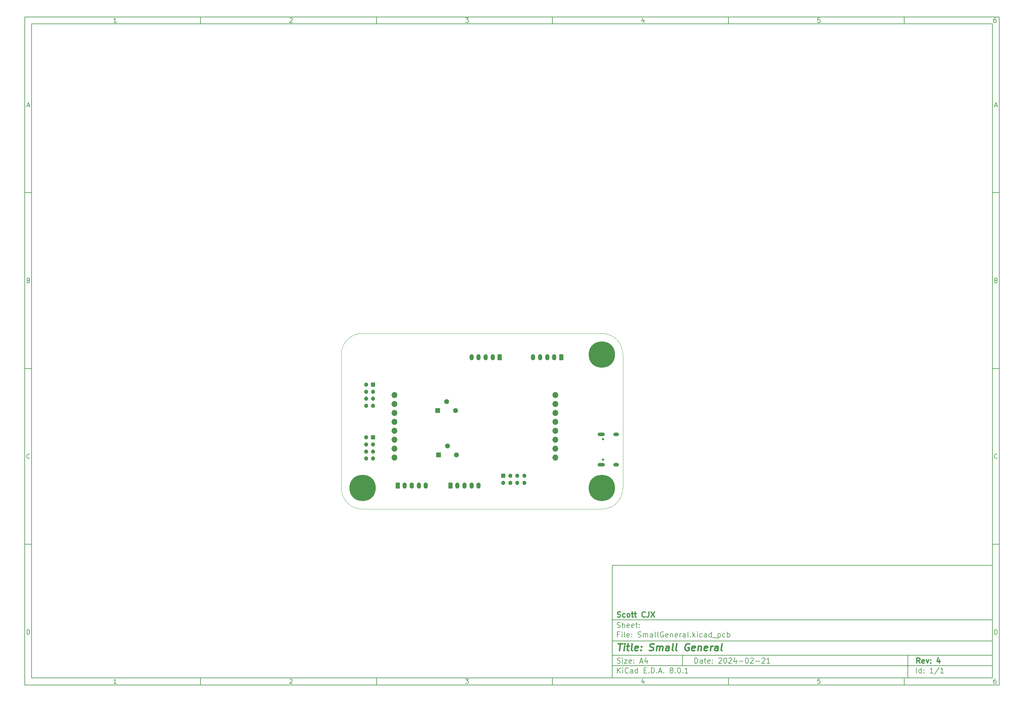
<source format=gbr>
%TF.GenerationSoftware,KiCad,Pcbnew,8.0.1*%
%TF.CreationDate,2024-03-19T23:03:32+08:00*%
%TF.ProjectId,SmallGeneral,536d616c-6c47-4656-9e65-72616c2e6b69,4*%
%TF.SameCoordinates,Original*%
%TF.FileFunction,Soldermask,Bot*%
%TF.FilePolarity,Negative*%
%FSLAX46Y46*%
G04 Gerber Fmt 4.6, Leading zero omitted, Abs format (unit mm)*
G04 Created by KiCad (PCBNEW 8.0.1) date 2024-03-19 23:03:32*
%MOMM*%
%LPD*%
G01*
G04 APERTURE LIST*
G04 Aperture macros list*
%AMRoundRect*
0 Rectangle with rounded corners*
0 $1 Rounding radius*
0 $2 $3 $4 $5 $6 $7 $8 $9 X,Y pos of 4 corners*
0 Add a 4 corners polygon primitive as box body*
4,1,4,$2,$3,$4,$5,$6,$7,$8,$9,$2,$3,0*
0 Add four circle primitives for the rounded corners*
1,1,$1+$1,$2,$3*
1,1,$1+$1,$4,$5*
1,1,$1+$1,$6,$7*
1,1,$1+$1,$8,$9*
0 Add four rect primitives between the rounded corners*
20,1,$1+$1,$2,$3,$4,$5,0*
20,1,$1+$1,$4,$5,$6,$7,0*
20,1,$1+$1,$6,$7,$8,$9,0*
20,1,$1+$1,$8,$9,$2,$3,0*%
G04 Aperture macros list end*
%ADD10C,0.100000*%
%ADD11C,0.150000*%
%ADD12C,0.300000*%
%ADD13C,0.400000*%
%ADD14C,1.200000*%
%ADD15RoundRect,0.250000X-0.350000X0.350000X-0.350000X-0.350000X0.350000X-0.350000X0.350000X0.350000X0*%
%ADD16RoundRect,0.250000X-0.350000X-0.625000X0.350000X-0.625000X0.350000X0.625000X-0.350000X0.625000X0*%
%ADD17O,1.200000X1.750000*%
%ADD18RoundRect,0.250000X-0.350000X-0.350000X0.350000X-0.350000X0.350000X0.350000X-0.350000X0.350000X0*%
%ADD19RoundRect,0.250000X0.350000X0.625000X-0.350000X0.625000X-0.350000X-0.625000X0.350000X-0.625000X0*%
%ADD20C,4.700000*%
%ADD21C,7.500000*%
%ADD22O,1.700000X1.700000*%
%ADD23RoundRect,0.102000X-0.611000X-0.611000X0.611000X-0.611000X0.611000X0.611000X-0.611000X0.611000X0*%
%ADD24C,1.426000*%
%ADD25C,0.650000*%
%ADD26O,2.100000X1.000000*%
%ADD27O,1.600000X1.000000*%
%TA.AperFunction,Profile*%
%ADD28C,0.100000*%
%TD*%
G04 APERTURE END LIST*
D10*
D11*
X177002200Y-166007200D02*
X285002200Y-166007200D01*
X285002200Y-198007200D01*
X177002200Y-198007200D01*
X177002200Y-166007200D01*
D10*
D11*
X10000000Y-10000000D02*
X287002200Y-10000000D01*
X287002200Y-200007200D01*
X10000000Y-200007200D01*
X10000000Y-10000000D01*
D10*
D11*
X12000000Y-12000000D02*
X285002200Y-12000000D01*
X285002200Y-198007200D01*
X12000000Y-198007200D01*
X12000000Y-12000000D01*
D10*
D11*
X60000000Y-12000000D02*
X60000000Y-10000000D01*
D10*
D11*
X110000000Y-12000000D02*
X110000000Y-10000000D01*
D10*
D11*
X160000000Y-12000000D02*
X160000000Y-10000000D01*
D10*
D11*
X210000000Y-12000000D02*
X210000000Y-10000000D01*
D10*
D11*
X260000000Y-12000000D02*
X260000000Y-10000000D01*
D10*
D11*
X36089160Y-11593604D02*
X35346303Y-11593604D01*
X35717731Y-11593604D02*
X35717731Y-10293604D01*
X35717731Y-10293604D02*
X35593922Y-10479319D01*
X35593922Y-10479319D02*
X35470112Y-10603128D01*
X35470112Y-10603128D02*
X35346303Y-10665033D01*
D10*
D11*
X85346303Y-10417414D02*
X85408207Y-10355509D01*
X85408207Y-10355509D02*
X85532017Y-10293604D01*
X85532017Y-10293604D02*
X85841541Y-10293604D01*
X85841541Y-10293604D02*
X85965350Y-10355509D01*
X85965350Y-10355509D02*
X86027255Y-10417414D01*
X86027255Y-10417414D02*
X86089160Y-10541223D01*
X86089160Y-10541223D02*
X86089160Y-10665033D01*
X86089160Y-10665033D02*
X86027255Y-10850747D01*
X86027255Y-10850747D02*
X85284398Y-11593604D01*
X85284398Y-11593604D02*
X86089160Y-11593604D01*
D10*
D11*
X135284398Y-10293604D02*
X136089160Y-10293604D01*
X136089160Y-10293604D02*
X135655826Y-10788842D01*
X135655826Y-10788842D02*
X135841541Y-10788842D01*
X135841541Y-10788842D02*
X135965350Y-10850747D01*
X135965350Y-10850747D02*
X136027255Y-10912652D01*
X136027255Y-10912652D02*
X136089160Y-11036461D01*
X136089160Y-11036461D02*
X136089160Y-11345985D01*
X136089160Y-11345985D02*
X136027255Y-11469795D01*
X136027255Y-11469795D02*
X135965350Y-11531700D01*
X135965350Y-11531700D02*
X135841541Y-11593604D01*
X135841541Y-11593604D02*
X135470112Y-11593604D01*
X135470112Y-11593604D02*
X135346303Y-11531700D01*
X135346303Y-11531700D02*
X135284398Y-11469795D01*
D10*
D11*
X185965350Y-10726938D02*
X185965350Y-11593604D01*
X185655826Y-10231700D02*
X185346303Y-11160271D01*
X185346303Y-11160271D02*
X186151064Y-11160271D01*
D10*
D11*
X236027255Y-10293604D02*
X235408207Y-10293604D01*
X235408207Y-10293604D02*
X235346303Y-10912652D01*
X235346303Y-10912652D02*
X235408207Y-10850747D01*
X235408207Y-10850747D02*
X235532017Y-10788842D01*
X235532017Y-10788842D02*
X235841541Y-10788842D01*
X235841541Y-10788842D02*
X235965350Y-10850747D01*
X235965350Y-10850747D02*
X236027255Y-10912652D01*
X236027255Y-10912652D02*
X236089160Y-11036461D01*
X236089160Y-11036461D02*
X236089160Y-11345985D01*
X236089160Y-11345985D02*
X236027255Y-11469795D01*
X236027255Y-11469795D02*
X235965350Y-11531700D01*
X235965350Y-11531700D02*
X235841541Y-11593604D01*
X235841541Y-11593604D02*
X235532017Y-11593604D01*
X235532017Y-11593604D02*
X235408207Y-11531700D01*
X235408207Y-11531700D02*
X235346303Y-11469795D01*
D10*
D11*
X285965350Y-10293604D02*
X285717731Y-10293604D01*
X285717731Y-10293604D02*
X285593922Y-10355509D01*
X285593922Y-10355509D02*
X285532017Y-10417414D01*
X285532017Y-10417414D02*
X285408207Y-10603128D01*
X285408207Y-10603128D02*
X285346303Y-10850747D01*
X285346303Y-10850747D02*
X285346303Y-11345985D01*
X285346303Y-11345985D02*
X285408207Y-11469795D01*
X285408207Y-11469795D02*
X285470112Y-11531700D01*
X285470112Y-11531700D02*
X285593922Y-11593604D01*
X285593922Y-11593604D02*
X285841541Y-11593604D01*
X285841541Y-11593604D02*
X285965350Y-11531700D01*
X285965350Y-11531700D02*
X286027255Y-11469795D01*
X286027255Y-11469795D02*
X286089160Y-11345985D01*
X286089160Y-11345985D02*
X286089160Y-11036461D01*
X286089160Y-11036461D02*
X286027255Y-10912652D01*
X286027255Y-10912652D02*
X285965350Y-10850747D01*
X285965350Y-10850747D02*
X285841541Y-10788842D01*
X285841541Y-10788842D02*
X285593922Y-10788842D01*
X285593922Y-10788842D02*
X285470112Y-10850747D01*
X285470112Y-10850747D02*
X285408207Y-10912652D01*
X285408207Y-10912652D02*
X285346303Y-11036461D01*
D10*
D11*
X60000000Y-198007200D02*
X60000000Y-200007200D01*
D10*
D11*
X110000000Y-198007200D02*
X110000000Y-200007200D01*
D10*
D11*
X160000000Y-198007200D02*
X160000000Y-200007200D01*
D10*
D11*
X210000000Y-198007200D02*
X210000000Y-200007200D01*
D10*
D11*
X260000000Y-198007200D02*
X260000000Y-200007200D01*
D10*
D11*
X36089160Y-199600804D02*
X35346303Y-199600804D01*
X35717731Y-199600804D02*
X35717731Y-198300804D01*
X35717731Y-198300804D02*
X35593922Y-198486519D01*
X35593922Y-198486519D02*
X35470112Y-198610328D01*
X35470112Y-198610328D02*
X35346303Y-198672233D01*
D10*
D11*
X85346303Y-198424614D02*
X85408207Y-198362709D01*
X85408207Y-198362709D02*
X85532017Y-198300804D01*
X85532017Y-198300804D02*
X85841541Y-198300804D01*
X85841541Y-198300804D02*
X85965350Y-198362709D01*
X85965350Y-198362709D02*
X86027255Y-198424614D01*
X86027255Y-198424614D02*
X86089160Y-198548423D01*
X86089160Y-198548423D02*
X86089160Y-198672233D01*
X86089160Y-198672233D02*
X86027255Y-198857947D01*
X86027255Y-198857947D02*
X85284398Y-199600804D01*
X85284398Y-199600804D02*
X86089160Y-199600804D01*
D10*
D11*
X135284398Y-198300804D02*
X136089160Y-198300804D01*
X136089160Y-198300804D02*
X135655826Y-198796042D01*
X135655826Y-198796042D02*
X135841541Y-198796042D01*
X135841541Y-198796042D02*
X135965350Y-198857947D01*
X135965350Y-198857947D02*
X136027255Y-198919852D01*
X136027255Y-198919852D02*
X136089160Y-199043661D01*
X136089160Y-199043661D02*
X136089160Y-199353185D01*
X136089160Y-199353185D02*
X136027255Y-199476995D01*
X136027255Y-199476995D02*
X135965350Y-199538900D01*
X135965350Y-199538900D02*
X135841541Y-199600804D01*
X135841541Y-199600804D02*
X135470112Y-199600804D01*
X135470112Y-199600804D02*
X135346303Y-199538900D01*
X135346303Y-199538900D02*
X135284398Y-199476995D01*
D10*
D11*
X185965350Y-198734138D02*
X185965350Y-199600804D01*
X185655826Y-198238900D02*
X185346303Y-199167471D01*
X185346303Y-199167471D02*
X186151064Y-199167471D01*
D10*
D11*
X236027255Y-198300804D02*
X235408207Y-198300804D01*
X235408207Y-198300804D02*
X235346303Y-198919852D01*
X235346303Y-198919852D02*
X235408207Y-198857947D01*
X235408207Y-198857947D02*
X235532017Y-198796042D01*
X235532017Y-198796042D02*
X235841541Y-198796042D01*
X235841541Y-198796042D02*
X235965350Y-198857947D01*
X235965350Y-198857947D02*
X236027255Y-198919852D01*
X236027255Y-198919852D02*
X236089160Y-199043661D01*
X236089160Y-199043661D02*
X236089160Y-199353185D01*
X236089160Y-199353185D02*
X236027255Y-199476995D01*
X236027255Y-199476995D02*
X235965350Y-199538900D01*
X235965350Y-199538900D02*
X235841541Y-199600804D01*
X235841541Y-199600804D02*
X235532017Y-199600804D01*
X235532017Y-199600804D02*
X235408207Y-199538900D01*
X235408207Y-199538900D02*
X235346303Y-199476995D01*
D10*
D11*
X285965350Y-198300804D02*
X285717731Y-198300804D01*
X285717731Y-198300804D02*
X285593922Y-198362709D01*
X285593922Y-198362709D02*
X285532017Y-198424614D01*
X285532017Y-198424614D02*
X285408207Y-198610328D01*
X285408207Y-198610328D02*
X285346303Y-198857947D01*
X285346303Y-198857947D02*
X285346303Y-199353185D01*
X285346303Y-199353185D02*
X285408207Y-199476995D01*
X285408207Y-199476995D02*
X285470112Y-199538900D01*
X285470112Y-199538900D02*
X285593922Y-199600804D01*
X285593922Y-199600804D02*
X285841541Y-199600804D01*
X285841541Y-199600804D02*
X285965350Y-199538900D01*
X285965350Y-199538900D02*
X286027255Y-199476995D01*
X286027255Y-199476995D02*
X286089160Y-199353185D01*
X286089160Y-199353185D02*
X286089160Y-199043661D01*
X286089160Y-199043661D02*
X286027255Y-198919852D01*
X286027255Y-198919852D02*
X285965350Y-198857947D01*
X285965350Y-198857947D02*
X285841541Y-198796042D01*
X285841541Y-198796042D02*
X285593922Y-198796042D01*
X285593922Y-198796042D02*
X285470112Y-198857947D01*
X285470112Y-198857947D02*
X285408207Y-198919852D01*
X285408207Y-198919852D02*
X285346303Y-199043661D01*
D10*
D11*
X10000000Y-60000000D02*
X12000000Y-60000000D01*
D10*
D11*
X10000000Y-110000000D02*
X12000000Y-110000000D01*
D10*
D11*
X10000000Y-160000000D02*
X12000000Y-160000000D01*
D10*
D11*
X10690476Y-35222176D02*
X11309523Y-35222176D01*
X10566666Y-35593604D02*
X10999999Y-34293604D01*
X10999999Y-34293604D02*
X11433333Y-35593604D01*
D10*
D11*
X11092857Y-84912652D02*
X11278571Y-84974557D01*
X11278571Y-84974557D02*
X11340476Y-85036461D01*
X11340476Y-85036461D02*
X11402380Y-85160271D01*
X11402380Y-85160271D02*
X11402380Y-85345985D01*
X11402380Y-85345985D02*
X11340476Y-85469795D01*
X11340476Y-85469795D02*
X11278571Y-85531700D01*
X11278571Y-85531700D02*
X11154761Y-85593604D01*
X11154761Y-85593604D02*
X10659523Y-85593604D01*
X10659523Y-85593604D02*
X10659523Y-84293604D01*
X10659523Y-84293604D02*
X11092857Y-84293604D01*
X11092857Y-84293604D02*
X11216666Y-84355509D01*
X11216666Y-84355509D02*
X11278571Y-84417414D01*
X11278571Y-84417414D02*
X11340476Y-84541223D01*
X11340476Y-84541223D02*
X11340476Y-84665033D01*
X11340476Y-84665033D02*
X11278571Y-84788842D01*
X11278571Y-84788842D02*
X11216666Y-84850747D01*
X11216666Y-84850747D02*
X11092857Y-84912652D01*
X11092857Y-84912652D02*
X10659523Y-84912652D01*
D10*
D11*
X11402380Y-135469795D02*
X11340476Y-135531700D01*
X11340476Y-135531700D02*
X11154761Y-135593604D01*
X11154761Y-135593604D02*
X11030952Y-135593604D01*
X11030952Y-135593604D02*
X10845238Y-135531700D01*
X10845238Y-135531700D02*
X10721428Y-135407890D01*
X10721428Y-135407890D02*
X10659523Y-135284080D01*
X10659523Y-135284080D02*
X10597619Y-135036461D01*
X10597619Y-135036461D02*
X10597619Y-134850747D01*
X10597619Y-134850747D02*
X10659523Y-134603128D01*
X10659523Y-134603128D02*
X10721428Y-134479319D01*
X10721428Y-134479319D02*
X10845238Y-134355509D01*
X10845238Y-134355509D02*
X11030952Y-134293604D01*
X11030952Y-134293604D02*
X11154761Y-134293604D01*
X11154761Y-134293604D02*
X11340476Y-134355509D01*
X11340476Y-134355509D02*
X11402380Y-134417414D01*
D10*
D11*
X10659523Y-185593604D02*
X10659523Y-184293604D01*
X10659523Y-184293604D02*
X10969047Y-184293604D01*
X10969047Y-184293604D02*
X11154761Y-184355509D01*
X11154761Y-184355509D02*
X11278571Y-184479319D01*
X11278571Y-184479319D02*
X11340476Y-184603128D01*
X11340476Y-184603128D02*
X11402380Y-184850747D01*
X11402380Y-184850747D02*
X11402380Y-185036461D01*
X11402380Y-185036461D02*
X11340476Y-185284080D01*
X11340476Y-185284080D02*
X11278571Y-185407890D01*
X11278571Y-185407890D02*
X11154761Y-185531700D01*
X11154761Y-185531700D02*
X10969047Y-185593604D01*
X10969047Y-185593604D02*
X10659523Y-185593604D01*
D10*
D11*
X287002200Y-60000000D02*
X285002200Y-60000000D01*
D10*
D11*
X287002200Y-110000000D02*
X285002200Y-110000000D01*
D10*
D11*
X287002200Y-160000000D02*
X285002200Y-160000000D01*
D10*
D11*
X285692676Y-35222176D02*
X286311723Y-35222176D01*
X285568866Y-35593604D02*
X286002199Y-34293604D01*
X286002199Y-34293604D02*
X286435533Y-35593604D01*
D10*
D11*
X286095057Y-84912652D02*
X286280771Y-84974557D01*
X286280771Y-84974557D02*
X286342676Y-85036461D01*
X286342676Y-85036461D02*
X286404580Y-85160271D01*
X286404580Y-85160271D02*
X286404580Y-85345985D01*
X286404580Y-85345985D02*
X286342676Y-85469795D01*
X286342676Y-85469795D02*
X286280771Y-85531700D01*
X286280771Y-85531700D02*
X286156961Y-85593604D01*
X286156961Y-85593604D02*
X285661723Y-85593604D01*
X285661723Y-85593604D02*
X285661723Y-84293604D01*
X285661723Y-84293604D02*
X286095057Y-84293604D01*
X286095057Y-84293604D02*
X286218866Y-84355509D01*
X286218866Y-84355509D02*
X286280771Y-84417414D01*
X286280771Y-84417414D02*
X286342676Y-84541223D01*
X286342676Y-84541223D02*
X286342676Y-84665033D01*
X286342676Y-84665033D02*
X286280771Y-84788842D01*
X286280771Y-84788842D02*
X286218866Y-84850747D01*
X286218866Y-84850747D02*
X286095057Y-84912652D01*
X286095057Y-84912652D02*
X285661723Y-84912652D01*
D10*
D11*
X286404580Y-135469795D02*
X286342676Y-135531700D01*
X286342676Y-135531700D02*
X286156961Y-135593604D01*
X286156961Y-135593604D02*
X286033152Y-135593604D01*
X286033152Y-135593604D02*
X285847438Y-135531700D01*
X285847438Y-135531700D02*
X285723628Y-135407890D01*
X285723628Y-135407890D02*
X285661723Y-135284080D01*
X285661723Y-135284080D02*
X285599819Y-135036461D01*
X285599819Y-135036461D02*
X285599819Y-134850747D01*
X285599819Y-134850747D02*
X285661723Y-134603128D01*
X285661723Y-134603128D02*
X285723628Y-134479319D01*
X285723628Y-134479319D02*
X285847438Y-134355509D01*
X285847438Y-134355509D02*
X286033152Y-134293604D01*
X286033152Y-134293604D02*
X286156961Y-134293604D01*
X286156961Y-134293604D02*
X286342676Y-134355509D01*
X286342676Y-134355509D02*
X286404580Y-134417414D01*
D10*
D11*
X285661723Y-185593604D02*
X285661723Y-184293604D01*
X285661723Y-184293604D02*
X285971247Y-184293604D01*
X285971247Y-184293604D02*
X286156961Y-184355509D01*
X286156961Y-184355509D02*
X286280771Y-184479319D01*
X286280771Y-184479319D02*
X286342676Y-184603128D01*
X286342676Y-184603128D02*
X286404580Y-184850747D01*
X286404580Y-184850747D02*
X286404580Y-185036461D01*
X286404580Y-185036461D02*
X286342676Y-185284080D01*
X286342676Y-185284080D02*
X286280771Y-185407890D01*
X286280771Y-185407890D02*
X286156961Y-185531700D01*
X286156961Y-185531700D02*
X285971247Y-185593604D01*
X285971247Y-185593604D02*
X285661723Y-185593604D01*
D10*
D11*
X200458026Y-193793328D02*
X200458026Y-192293328D01*
X200458026Y-192293328D02*
X200815169Y-192293328D01*
X200815169Y-192293328D02*
X201029455Y-192364757D01*
X201029455Y-192364757D02*
X201172312Y-192507614D01*
X201172312Y-192507614D02*
X201243741Y-192650471D01*
X201243741Y-192650471D02*
X201315169Y-192936185D01*
X201315169Y-192936185D02*
X201315169Y-193150471D01*
X201315169Y-193150471D02*
X201243741Y-193436185D01*
X201243741Y-193436185D02*
X201172312Y-193579042D01*
X201172312Y-193579042D02*
X201029455Y-193721900D01*
X201029455Y-193721900D02*
X200815169Y-193793328D01*
X200815169Y-193793328D02*
X200458026Y-193793328D01*
X202600884Y-193793328D02*
X202600884Y-193007614D01*
X202600884Y-193007614D02*
X202529455Y-192864757D01*
X202529455Y-192864757D02*
X202386598Y-192793328D01*
X202386598Y-192793328D02*
X202100884Y-192793328D01*
X202100884Y-192793328D02*
X201958026Y-192864757D01*
X202600884Y-193721900D02*
X202458026Y-193793328D01*
X202458026Y-193793328D02*
X202100884Y-193793328D01*
X202100884Y-193793328D02*
X201958026Y-193721900D01*
X201958026Y-193721900D02*
X201886598Y-193579042D01*
X201886598Y-193579042D02*
X201886598Y-193436185D01*
X201886598Y-193436185D02*
X201958026Y-193293328D01*
X201958026Y-193293328D02*
X202100884Y-193221900D01*
X202100884Y-193221900D02*
X202458026Y-193221900D01*
X202458026Y-193221900D02*
X202600884Y-193150471D01*
X203100884Y-192793328D02*
X203672312Y-192793328D01*
X203315169Y-192293328D02*
X203315169Y-193579042D01*
X203315169Y-193579042D02*
X203386598Y-193721900D01*
X203386598Y-193721900D02*
X203529455Y-193793328D01*
X203529455Y-193793328D02*
X203672312Y-193793328D01*
X204743741Y-193721900D02*
X204600884Y-193793328D01*
X204600884Y-193793328D02*
X204315170Y-193793328D01*
X204315170Y-193793328D02*
X204172312Y-193721900D01*
X204172312Y-193721900D02*
X204100884Y-193579042D01*
X204100884Y-193579042D02*
X204100884Y-193007614D01*
X204100884Y-193007614D02*
X204172312Y-192864757D01*
X204172312Y-192864757D02*
X204315170Y-192793328D01*
X204315170Y-192793328D02*
X204600884Y-192793328D01*
X204600884Y-192793328D02*
X204743741Y-192864757D01*
X204743741Y-192864757D02*
X204815170Y-193007614D01*
X204815170Y-193007614D02*
X204815170Y-193150471D01*
X204815170Y-193150471D02*
X204100884Y-193293328D01*
X205458026Y-193650471D02*
X205529455Y-193721900D01*
X205529455Y-193721900D02*
X205458026Y-193793328D01*
X205458026Y-193793328D02*
X205386598Y-193721900D01*
X205386598Y-193721900D02*
X205458026Y-193650471D01*
X205458026Y-193650471D02*
X205458026Y-193793328D01*
X205458026Y-192864757D02*
X205529455Y-192936185D01*
X205529455Y-192936185D02*
X205458026Y-193007614D01*
X205458026Y-193007614D02*
X205386598Y-192936185D01*
X205386598Y-192936185D02*
X205458026Y-192864757D01*
X205458026Y-192864757D02*
X205458026Y-193007614D01*
X207243741Y-192436185D02*
X207315169Y-192364757D01*
X207315169Y-192364757D02*
X207458027Y-192293328D01*
X207458027Y-192293328D02*
X207815169Y-192293328D01*
X207815169Y-192293328D02*
X207958027Y-192364757D01*
X207958027Y-192364757D02*
X208029455Y-192436185D01*
X208029455Y-192436185D02*
X208100884Y-192579042D01*
X208100884Y-192579042D02*
X208100884Y-192721900D01*
X208100884Y-192721900D02*
X208029455Y-192936185D01*
X208029455Y-192936185D02*
X207172312Y-193793328D01*
X207172312Y-193793328D02*
X208100884Y-193793328D01*
X209029455Y-192293328D02*
X209172312Y-192293328D01*
X209172312Y-192293328D02*
X209315169Y-192364757D01*
X209315169Y-192364757D02*
X209386598Y-192436185D01*
X209386598Y-192436185D02*
X209458026Y-192579042D01*
X209458026Y-192579042D02*
X209529455Y-192864757D01*
X209529455Y-192864757D02*
X209529455Y-193221900D01*
X209529455Y-193221900D02*
X209458026Y-193507614D01*
X209458026Y-193507614D02*
X209386598Y-193650471D01*
X209386598Y-193650471D02*
X209315169Y-193721900D01*
X209315169Y-193721900D02*
X209172312Y-193793328D01*
X209172312Y-193793328D02*
X209029455Y-193793328D01*
X209029455Y-193793328D02*
X208886598Y-193721900D01*
X208886598Y-193721900D02*
X208815169Y-193650471D01*
X208815169Y-193650471D02*
X208743740Y-193507614D01*
X208743740Y-193507614D02*
X208672312Y-193221900D01*
X208672312Y-193221900D02*
X208672312Y-192864757D01*
X208672312Y-192864757D02*
X208743740Y-192579042D01*
X208743740Y-192579042D02*
X208815169Y-192436185D01*
X208815169Y-192436185D02*
X208886598Y-192364757D01*
X208886598Y-192364757D02*
X209029455Y-192293328D01*
X210100883Y-192436185D02*
X210172311Y-192364757D01*
X210172311Y-192364757D02*
X210315169Y-192293328D01*
X210315169Y-192293328D02*
X210672311Y-192293328D01*
X210672311Y-192293328D02*
X210815169Y-192364757D01*
X210815169Y-192364757D02*
X210886597Y-192436185D01*
X210886597Y-192436185D02*
X210958026Y-192579042D01*
X210958026Y-192579042D02*
X210958026Y-192721900D01*
X210958026Y-192721900D02*
X210886597Y-192936185D01*
X210886597Y-192936185D02*
X210029454Y-193793328D01*
X210029454Y-193793328D02*
X210958026Y-193793328D01*
X212243740Y-192793328D02*
X212243740Y-193793328D01*
X211886597Y-192221900D02*
X211529454Y-193293328D01*
X211529454Y-193293328D02*
X212458025Y-193293328D01*
X213029453Y-193221900D02*
X214172311Y-193221900D01*
X215172311Y-192293328D02*
X215315168Y-192293328D01*
X215315168Y-192293328D02*
X215458025Y-192364757D01*
X215458025Y-192364757D02*
X215529454Y-192436185D01*
X215529454Y-192436185D02*
X215600882Y-192579042D01*
X215600882Y-192579042D02*
X215672311Y-192864757D01*
X215672311Y-192864757D02*
X215672311Y-193221900D01*
X215672311Y-193221900D02*
X215600882Y-193507614D01*
X215600882Y-193507614D02*
X215529454Y-193650471D01*
X215529454Y-193650471D02*
X215458025Y-193721900D01*
X215458025Y-193721900D02*
X215315168Y-193793328D01*
X215315168Y-193793328D02*
X215172311Y-193793328D01*
X215172311Y-193793328D02*
X215029454Y-193721900D01*
X215029454Y-193721900D02*
X214958025Y-193650471D01*
X214958025Y-193650471D02*
X214886596Y-193507614D01*
X214886596Y-193507614D02*
X214815168Y-193221900D01*
X214815168Y-193221900D02*
X214815168Y-192864757D01*
X214815168Y-192864757D02*
X214886596Y-192579042D01*
X214886596Y-192579042D02*
X214958025Y-192436185D01*
X214958025Y-192436185D02*
X215029454Y-192364757D01*
X215029454Y-192364757D02*
X215172311Y-192293328D01*
X216243739Y-192436185D02*
X216315167Y-192364757D01*
X216315167Y-192364757D02*
X216458025Y-192293328D01*
X216458025Y-192293328D02*
X216815167Y-192293328D01*
X216815167Y-192293328D02*
X216958025Y-192364757D01*
X216958025Y-192364757D02*
X217029453Y-192436185D01*
X217029453Y-192436185D02*
X217100882Y-192579042D01*
X217100882Y-192579042D02*
X217100882Y-192721900D01*
X217100882Y-192721900D02*
X217029453Y-192936185D01*
X217029453Y-192936185D02*
X216172310Y-193793328D01*
X216172310Y-193793328D02*
X217100882Y-193793328D01*
X217743738Y-193221900D02*
X218886596Y-193221900D01*
X219529453Y-192436185D02*
X219600881Y-192364757D01*
X219600881Y-192364757D02*
X219743739Y-192293328D01*
X219743739Y-192293328D02*
X220100881Y-192293328D01*
X220100881Y-192293328D02*
X220243739Y-192364757D01*
X220243739Y-192364757D02*
X220315167Y-192436185D01*
X220315167Y-192436185D02*
X220386596Y-192579042D01*
X220386596Y-192579042D02*
X220386596Y-192721900D01*
X220386596Y-192721900D02*
X220315167Y-192936185D01*
X220315167Y-192936185D02*
X219458024Y-193793328D01*
X219458024Y-193793328D02*
X220386596Y-193793328D01*
X221815167Y-193793328D02*
X220958024Y-193793328D01*
X221386595Y-193793328D02*
X221386595Y-192293328D01*
X221386595Y-192293328D02*
X221243738Y-192507614D01*
X221243738Y-192507614D02*
X221100881Y-192650471D01*
X221100881Y-192650471D02*
X220958024Y-192721900D01*
D10*
D11*
X177002200Y-194507200D02*
X285002200Y-194507200D01*
D10*
D11*
X178458026Y-196593328D02*
X178458026Y-195093328D01*
X179315169Y-196593328D02*
X178672312Y-195736185D01*
X179315169Y-195093328D02*
X178458026Y-195950471D01*
X179958026Y-196593328D02*
X179958026Y-195593328D01*
X179958026Y-195093328D02*
X179886598Y-195164757D01*
X179886598Y-195164757D02*
X179958026Y-195236185D01*
X179958026Y-195236185D02*
X180029455Y-195164757D01*
X180029455Y-195164757D02*
X179958026Y-195093328D01*
X179958026Y-195093328D02*
X179958026Y-195236185D01*
X181529455Y-196450471D02*
X181458027Y-196521900D01*
X181458027Y-196521900D02*
X181243741Y-196593328D01*
X181243741Y-196593328D02*
X181100884Y-196593328D01*
X181100884Y-196593328D02*
X180886598Y-196521900D01*
X180886598Y-196521900D02*
X180743741Y-196379042D01*
X180743741Y-196379042D02*
X180672312Y-196236185D01*
X180672312Y-196236185D02*
X180600884Y-195950471D01*
X180600884Y-195950471D02*
X180600884Y-195736185D01*
X180600884Y-195736185D02*
X180672312Y-195450471D01*
X180672312Y-195450471D02*
X180743741Y-195307614D01*
X180743741Y-195307614D02*
X180886598Y-195164757D01*
X180886598Y-195164757D02*
X181100884Y-195093328D01*
X181100884Y-195093328D02*
X181243741Y-195093328D01*
X181243741Y-195093328D02*
X181458027Y-195164757D01*
X181458027Y-195164757D02*
X181529455Y-195236185D01*
X182815170Y-196593328D02*
X182815170Y-195807614D01*
X182815170Y-195807614D02*
X182743741Y-195664757D01*
X182743741Y-195664757D02*
X182600884Y-195593328D01*
X182600884Y-195593328D02*
X182315170Y-195593328D01*
X182315170Y-195593328D02*
X182172312Y-195664757D01*
X182815170Y-196521900D02*
X182672312Y-196593328D01*
X182672312Y-196593328D02*
X182315170Y-196593328D01*
X182315170Y-196593328D02*
X182172312Y-196521900D01*
X182172312Y-196521900D02*
X182100884Y-196379042D01*
X182100884Y-196379042D02*
X182100884Y-196236185D01*
X182100884Y-196236185D02*
X182172312Y-196093328D01*
X182172312Y-196093328D02*
X182315170Y-196021900D01*
X182315170Y-196021900D02*
X182672312Y-196021900D01*
X182672312Y-196021900D02*
X182815170Y-195950471D01*
X184172313Y-196593328D02*
X184172313Y-195093328D01*
X184172313Y-196521900D02*
X184029455Y-196593328D01*
X184029455Y-196593328D02*
X183743741Y-196593328D01*
X183743741Y-196593328D02*
X183600884Y-196521900D01*
X183600884Y-196521900D02*
X183529455Y-196450471D01*
X183529455Y-196450471D02*
X183458027Y-196307614D01*
X183458027Y-196307614D02*
X183458027Y-195879042D01*
X183458027Y-195879042D02*
X183529455Y-195736185D01*
X183529455Y-195736185D02*
X183600884Y-195664757D01*
X183600884Y-195664757D02*
X183743741Y-195593328D01*
X183743741Y-195593328D02*
X184029455Y-195593328D01*
X184029455Y-195593328D02*
X184172313Y-195664757D01*
X186029455Y-195807614D02*
X186529455Y-195807614D01*
X186743741Y-196593328D02*
X186029455Y-196593328D01*
X186029455Y-196593328D02*
X186029455Y-195093328D01*
X186029455Y-195093328D02*
X186743741Y-195093328D01*
X187386598Y-196450471D02*
X187458027Y-196521900D01*
X187458027Y-196521900D02*
X187386598Y-196593328D01*
X187386598Y-196593328D02*
X187315170Y-196521900D01*
X187315170Y-196521900D02*
X187386598Y-196450471D01*
X187386598Y-196450471D02*
X187386598Y-196593328D01*
X188100884Y-196593328D02*
X188100884Y-195093328D01*
X188100884Y-195093328D02*
X188458027Y-195093328D01*
X188458027Y-195093328D02*
X188672313Y-195164757D01*
X188672313Y-195164757D02*
X188815170Y-195307614D01*
X188815170Y-195307614D02*
X188886599Y-195450471D01*
X188886599Y-195450471D02*
X188958027Y-195736185D01*
X188958027Y-195736185D02*
X188958027Y-195950471D01*
X188958027Y-195950471D02*
X188886599Y-196236185D01*
X188886599Y-196236185D02*
X188815170Y-196379042D01*
X188815170Y-196379042D02*
X188672313Y-196521900D01*
X188672313Y-196521900D02*
X188458027Y-196593328D01*
X188458027Y-196593328D02*
X188100884Y-196593328D01*
X189600884Y-196450471D02*
X189672313Y-196521900D01*
X189672313Y-196521900D02*
X189600884Y-196593328D01*
X189600884Y-196593328D02*
X189529456Y-196521900D01*
X189529456Y-196521900D02*
X189600884Y-196450471D01*
X189600884Y-196450471D02*
X189600884Y-196593328D01*
X190243742Y-196164757D02*
X190958028Y-196164757D01*
X190100885Y-196593328D02*
X190600885Y-195093328D01*
X190600885Y-195093328D02*
X191100885Y-196593328D01*
X191600884Y-196450471D02*
X191672313Y-196521900D01*
X191672313Y-196521900D02*
X191600884Y-196593328D01*
X191600884Y-196593328D02*
X191529456Y-196521900D01*
X191529456Y-196521900D02*
X191600884Y-196450471D01*
X191600884Y-196450471D02*
X191600884Y-196593328D01*
X193672313Y-195736185D02*
X193529456Y-195664757D01*
X193529456Y-195664757D02*
X193458027Y-195593328D01*
X193458027Y-195593328D02*
X193386599Y-195450471D01*
X193386599Y-195450471D02*
X193386599Y-195379042D01*
X193386599Y-195379042D02*
X193458027Y-195236185D01*
X193458027Y-195236185D02*
X193529456Y-195164757D01*
X193529456Y-195164757D02*
X193672313Y-195093328D01*
X193672313Y-195093328D02*
X193958027Y-195093328D01*
X193958027Y-195093328D02*
X194100885Y-195164757D01*
X194100885Y-195164757D02*
X194172313Y-195236185D01*
X194172313Y-195236185D02*
X194243742Y-195379042D01*
X194243742Y-195379042D02*
X194243742Y-195450471D01*
X194243742Y-195450471D02*
X194172313Y-195593328D01*
X194172313Y-195593328D02*
X194100885Y-195664757D01*
X194100885Y-195664757D02*
X193958027Y-195736185D01*
X193958027Y-195736185D02*
X193672313Y-195736185D01*
X193672313Y-195736185D02*
X193529456Y-195807614D01*
X193529456Y-195807614D02*
X193458027Y-195879042D01*
X193458027Y-195879042D02*
X193386599Y-196021900D01*
X193386599Y-196021900D02*
X193386599Y-196307614D01*
X193386599Y-196307614D02*
X193458027Y-196450471D01*
X193458027Y-196450471D02*
X193529456Y-196521900D01*
X193529456Y-196521900D02*
X193672313Y-196593328D01*
X193672313Y-196593328D02*
X193958027Y-196593328D01*
X193958027Y-196593328D02*
X194100885Y-196521900D01*
X194100885Y-196521900D02*
X194172313Y-196450471D01*
X194172313Y-196450471D02*
X194243742Y-196307614D01*
X194243742Y-196307614D02*
X194243742Y-196021900D01*
X194243742Y-196021900D02*
X194172313Y-195879042D01*
X194172313Y-195879042D02*
X194100885Y-195807614D01*
X194100885Y-195807614D02*
X193958027Y-195736185D01*
X194886598Y-196450471D02*
X194958027Y-196521900D01*
X194958027Y-196521900D02*
X194886598Y-196593328D01*
X194886598Y-196593328D02*
X194815170Y-196521900D01*
X194815170Y-196521900D02*
X194886598Y-196450471D01*
X194886598Y-196450471D02*
X194886598Y-196593328D01*
X195886599Y-195093328D02*
X196029456Y-195093328D01*
X196029456Y-195093328D02*
X196172313Y-195164757D01*
X196172313Y-195164757D02*
X196243742Y-195236185D01*
X196243742Y-195236185D02*
X196315170Y-195379042D01*
X196315170Y-195379042D02*
X196386599Y-195664757D01*
X196386599Y-195664757D02*
X196386599Y-196021900D01*
X196386599Y-196021900D02*
X196315170Y-196307614D01*
X196315170Y-196307614D02*
X196243742Y-196450471D01*
X196243742Y-196450471D02*
X196172313Y-196521900D01*
X196172313Y-196521900D02*
X196029456Y-196593328D01*
X196029456Y-196593328D02*
X195886599Y-196593328D01*
X195886599Y-196593328D02*
X195743742Y-196521900D01*
X195743742Y-196521900D02*
X195672313Y-196450471D01*
X195672313Y-196450471D02*
X195600884Y-196307614D01*
X195600884Y-196307614D02*
X195529456Y-196021900D01*
X195529456Y-196021900D02*
X195529456Y-195664757D01*
X195529456Y-195664757D02*
X195600884Y-195379042D01*
X195600884Y-195379042D02*
X195672313Y-195236185D01*
X195672313Y-195236185D02*
X195743742Y-195164757D01*
X195743742Y-195164757D02*
X195886599Y-195093328D01*
X197029455Y-196450471D02*
X197100884Y-196521900D01*
X197100884Y-196521900D02*
X197029455Y-196593328D01*
X197029455Y-196593328D02*
X196958027Y-196521900D01*
X196958027Y-196521900D02*
X197029455Y-196450471D01*
X197029455Y-196450471D02*
X197029455Y-196593328D01*
X198529456Y-196593328D02*
X197672313Y-196593328D01*
X198100884Y-196593328D02*
X198100884Y-195093328D01*
X198100884Y-195093328D02*
X197958027Y-195307614D01*
X197958027Y-195307614D02*
X197815170Y-195450471D01*
X197815170Y-195450471D02*
X197672313Y-195521900D01*
D10*
D11*
X177002200Y-191507200D02*
X285002200Y-191507200D01*
D10*
D12*
X264413853Y-193785528D02*
X263913853Y-193071242D01*
X263556710Y-193785528D02*
X263556710Y-192285528D01*
X263556710Y-192285528D02*
X264128139Y-192285528D01*
X264128139Y-192285528D02*
X264270996Y-192356957D01*
X264270996Y-192356957D02*
X264342425Y-192428385D01*
X264342425Y-192428385D02*
X264413853Y-192571242D01*
X264413853Y-192571242D02*
X264413853Y-192785528D01*
X264413853Y-192785528D02*
X264342425Y-192928385D01*
X264342425Y-192928385D02*
X264270996Y-192999814D01*
X264270996Y-192999814D02*
X264128139Y-193071242D01*
X264128139Y-193071242D02*
X263556710Y-193071242D01*
X265628139Y-193714100D02*
X265485282Y-193785528D01*
X265485282Y-193785528D02*
X265199568Y-193785528D01*
X265199568Y-193785528D02*
X265056710Y-193714100D01*
X265056710Y-193714100D02*
X264985282Y-193571242D01*
X264985282Y-193571242D02*
X264985282Y-192999814D01*
X264985282Y-192999814D02*
X265056710Y-192856957D01*
X265056710Y-192856957D02*
X265199568Y-192785528D01*
X265199568Y-192785528D02*
X265485282Y-192785528D01*
X265485282Y-192785528D02*
X265628139Y-192856957D01*
X265628139Y-192856957D02*
X265699568Y-192999814D01*
X265699568Y-192999814D02*
X265699568Y-193142671D01*
X265699568Y-193142671D02*
X264985282Y-193285528D01*
X266199567Y-192785528D02*
X266556710Y-193785528D01*
X266556710Y-193785528D02*
X266913853Y-192785528D01*
X267485281Y-193642671D02*
X267556710Y-193714100D01*
X267556710Y-193714100D02*
X267485281Y-193785528D01*
X267485281Y-193785528D02*
X267413853Y-193714100D01*
X267413853Y-193714100D02*
X267485281Y-193642671D01*
X267485281Y-193642671D02*
X267485281Y-193785528D01*
X267485281Y-192856957D02*
X267556710Y-192928385D01*
X267556710Y-192928385D02*
X267485281Y-192999814D01*
X267485281Y-192999814D02*
X267413853Y-192928385D01*
X267413853Y-192928385D02*
X267485281Y-192856957D01*
X267485281Y-192856957D02*
X267485281Y-192999814D01*
X269985282Y-192785528D02*
X269985282Y-193785528D01*
X269628139Y-192214100D02*
X269270996Y-193285528D01*
X269270996Y-193285528D02*
X270199567Y-193285528D01*
D10*
D11*
X178386598Y-193721900D02*
X178600884Y-193793328D01*
X178600884Y-193793328D02*
X178958026Y-193793328D01*
X178958026Y-193793328D02*
X179100884Y-193721900D01*
X179100884Y-193721900D02*
X179172312Y-193650471D01*
X179172312Y-193650471D02*
X179243741Y-193507614D01*
X179243741Y-193507614D02*
X179243741Y-193364757D01*
X179243741Y-193364757D02*
X179172312Y-193221900D01*
X179172312Y-193221900D02*
X179100884Y-193150471D01*
X179100884Y-193150471D02*
X178958026Y-193079042D01*
X178958026Y-193079042D02*
X178672312Y-193007614D01*
X178672312Y-193007614D02*
X178529455Y-192936185D01*
X178529455Y-192936185D02*
X178458026Y-192864757D01*
X178458026Y-192864757D02*
X178386598Y-192721900D01*
X178386598Y-192721900D02*
X178386598Y-192579042D01*
X178386598Y-192579042D02*
X178458026Y-192436185D01*
X178458026Y-192436185D02*
X178529455Y-192364757D01*
X178529455Y-192364757D02*
X178672312Y-192293328D01*
X178672312Y-192293328D02*
X179029455Y-192293328D01*
X179029455Y-192293328D02*
X179243741Y-192364757D01*
X179886597Y-193793328D02*
X179886597Y-192793328D01*
X179886597Y-192293328D02*
X179815169Y-192364757D01*
X179815169Y-192364757D02*
X179886597Y-192436185D01*
X179886597Y-192436185D02*
X179958026Y-192364757D01*
X179958026Y-192364757D02*
X179886597Y-192293328D01*
X179886597Y-192293328D02*
X179886597Y-192436185D01*
X180458026Y-192793328D02*
X181243741Y-192793328D01*
X181243741Y-192793328D02*
X180458026Y-193793328D01*
X180458026Y-193793328D02*
X181243741Y-193793328D01*
X182386598Y-193721900D02*
X182243741Y-193793328D01*
X182243741Y-193793328D02*
X181958027Y-193793328D01*
X181958027Y-193793328D02*
X181815169Y-193721900D01*
X181815169Y-193721900D02*
X181743741Y-193579042D01*
X181743741Y-193579042D02*
X181743741Y-193007614D01*
X181743741Y-193007614D02*
X181815169Y-192864757D01*
X181815169Y-192864757D02*
X181958027Y-192793328D01*
X181958027Y-192793328D02*
X182243741Y-192793328D01*
X182243741Y-192793328D02*
X182386598Y-192864757D01*
X182386598Y-192864757D02*
X182458027Y-193007614D01*
X182458027Y-193007614D02*
X182458027Y-193150471D01*
X182458027Y-193150471D02*
X181743741Y-193293328D01*
X183100883Y-193650471D02*
X183172312Y-193721900D01*
X183172312Y-193721900D02*
X183100883Y-193793328D01*
X183100883Y-193793328D02*
X183029455Y-193721900D01*
X183029455Y-193721900D02*
X183100883Y-193650471D01*
X183100883Y-193650471D02*
X183100883Y-193793328D01*
X183100883Y-192864757D02*
X183172312Y-192936185D01*
X183172312Y-192936185D02*
X183100883Y-193007614D01*
X183100883Y-193007614D02*
X183029455Y-192936185D01*
X183029455Y-192936185D02*
X183100883Y-192864757D01*
X183100883Y-192864757D02*
X183100883Y-193007614D01*
X184886598Y-193364757D02*
X185600884Y-193364757D01*
X184743741Y-193793328D02*
X185243741Y-192293328D01*
X185243741Y-192293328D02*
X185743741Y-193793328D01*
X186886598Y-192793328D02*
X186886598Y-193793328D01*
X186529455Y-192221900D02*
X186172312Y-193293328D01*
X186172312Y-193293328D02*
X187100883Y-193293328D01*
D10*
D11*
X263458026Y-196593328D02*
X263458026Y-195093328D01*
X264815170Y-196593328D02*
X264815170Y-195093328D01*
X264815170Y-196521900D02*
X264672312Y-196593328D01*
X264672312Y-196593328D02*
X264386598Y-196593328D01*
X264386598Y-196593328D02*
X264243741Y-196521900D01*
X264243741Y-196521900D02*
X264172312Y-196450471D01*
X264172312Y-196450471D02*
X264100884Y-196307614D01*
X264100884Y-196307614D02*
X264100884Y-195879042D01*
X264100884Y-195879042D02*
X264172312Y-195736185D01*
X264172312Y-195736185D02*
X264243741Y-195664757D01*
X264243741Y-195664757D02*
X264386598Y-195593328D01*
X264386598Y-195593328D02*
X264672312Y-195593328D01*
X264672312Y-195593328D02*
X264815170Y-195664757D01*
X265529455Y-196450471D02*
X265600884Y-196521900D01*
X265600884Y-196521900D02*
X265529455Y-196593328D01*
X265529455Y-196593328D02*
X265458027Y-196521900D01*
X265458027Y-196521900D02*
X265529455Y-196450471D01*
X265529455Y-196450471D02*
X265529455Y-196593328D01*
X265529455Y-195664757D02*
X265600884Y-195736185D01*
X265600884Y-195736185D02*
X265529455Y-195807614D01*
X265529455Y-195807614D02*
X265458027Y-195736185D01*
X265458027Y-195736185D02*
X265529455Y-195664757D01*
X265529455Y-195664757D02*
X265529455Y-195807614D01*
X268172313Y-196593328D02*
X267315170Y-196593328D01*
X267743741Y-196593328D02*
X267743741Y-195093328D01*
X267743741Y-195093328D02*
X267600884Y-195307614D01*
X267600884Y-195307614D02*
X267458027Y-195450471D01*
X267458027Y-195450471D02*
X267315170Y-195521900D01*
X269886598Y-195021900D02*
X268600884Y-196950471D01*
X271172313Y-196593328D02*
X270315170Y-196593328D01*
X270743741Y-196593328D02*
X270743741Y-195093328D01*
X270743741Y-195093328D02*
X270600884Y-195307614D01*
X270600884Y-195307614D02*
X270458027Y-195450471D01*
X270458027Y-195450471D02*
X270315170Y-195521900D01*
D10*
D11*
X177002200Y-187507200D02*
X285002200Y-187507200D01*
D10*
D13*
X178693928Y-188211638D02*
X179836785Y-188211638D01*
X179015357Y-190211638D02*
X179265357Y-188211638D01*
X180253452Y-190211638D02*
X180420119Y-188878304D01*
X180503452Y-188211638D02*
X180396309Y-188306876D01*
X180396309Y-188306876D02*
X180479643Y-188402114D01*
X180479643Y-188402114D02*
X180586786Y-188306876D01*
X180586786Y-188306876D02*
X180503452Y-188211638D01*
X180503452Y-188211638D02*
X180479643Y-188402114D01*
X181086786Y-188878304D02*
X181848690Y-188878304D01*
X181455833Y-188211638D02*
X181241548Y-189925923D01*
X181241548Y-189925923D02*
X181312976Y-190116400D01*
X181312976Y-190116400D02*
X181491548Y-190211638D01*
X181491548Y-190211638D02*
X181682024Y-190211638D01*
X182634405Y-190211638D02*
X182455833Y-190116400D01*
X182455833Y-190116400D02*
X182384405Y-189925923D01*
X182384405Y-189925923D02*
X182598690Y-188211638D01*
X184170119Y-190116400D02*
X183967738Y-190211638D01*
X183967738Y-190211638D02*
X183586785Y-190211638D01*
X183586785Y-190211638D02*
X183408214Y-190116400D01*
X183408214Y-190116400D02*
X183336785Y-189925923D01*
X183336785Y-189925923D02*
X183432024Y-189164019D01*
X183432024Y-189164019D02*
X183551071Y-188973542D01*
X183551071Y-188973542D02*
X183753452Y-188878304D01*
X183753452Y-188878304D02*
X184134404Y-188878304D01*
X184134404Y-188878304D02*
X184312976Y-188973542D01*
X184312976Y-188973542D02*
X184384404Y-189164019D01*
X184384404Y-189164019D02*
X184360595Y-189354495D01*
X184360595Y-189354495D02*
X183384404Y-189544971D01*
X185134405Y-190021161D02*
X185217738Y-190116400D01*
X185217738Y-190116400D02*
X185110595Y-190211638D01*
X185110595Y-190211638D02*
X185027262Y-190116400D01*
X185027262Y-190116400D02*
X185134405Y-190021161D01*
X185134405Y-190021161D02*
X185110595Y-190211638D01*
X185265357Y-188973542D02*
X185348690Y-189068780D01*
X185348690Y-189068780D02*
X185241548Y-189164019D01*
X185241548Y-189164019D02*
X185158214Y-189068780D01*
X185158214Y-189068780D02*
X185265357Y-188973542D01*
X185265357Y-188973542D02*
X185241548Y-189164019D01*
X187503453Y-190116400D02*
X187777262Y-190211638D01*
X187777262Y-190211638D02*
X188253453Y-190211638D01*
X188253453Y-190211638D02*
X188455834Y-190116400D01*
X188455834Y-190116400D02*
X188562977Y-190021161D01*
X188562977Y-190021161D02*
X188682024Y-189830685D01*
X188682024Y-189830685D02*
X188705834Y-189640209D01*
X188705834Y-189640209D02*
X188634405Y-189449733D01*
X188634405Y-189449733D02*
X188551072Y-189354495D01*
X188551072Y-189354495D02*
X188372501Y-189259257D01*
X188372501Y-189259257D02*
X188003453Y-189164019D01*
X188003453Y-189164019D02*
X187824881Y-189068780D01*
X187824881Y-189068780D02*
X187741548Y-188973542D01*
X187741548Y-188973542D02*
X187670120Y-188783066D01*
X187670120Y-188783066D02*
X187693929Y-188592590D01*
X187693929Y-188592590D02*
X187812977Y-188402114D01*
X187812977Y-188402114D02*
X187920120Y-188306876D01*
X187920120Y-188306876D02*
X188122501Y-188211638D01*
X188122501Y-188211638D02*
X188598691Y-188211638D01*
X188598691Y-188211638D02*
X188872501Y-188306876D01*
X189491548Y-190211638D02*
X189658215Y-188878304D01*
X189634405Y-189068780D02*
X189741548Y-188973542D01*
X189741548Y-188973542D02*
X189943929Y-188878304D01*
X189943929Y-188878304D02*
X190229643Y-188878304D01*
X190229643Y-188878304D02*
X190408215Y-188973542D01*
X190408215Y-188973542D02*
X190479643Y-189164019D01*
X190479643Y-189164019D02*
X190348691Y-190211638D01*
X190479643Y-189164019D02*
X190598691Y-188973542D01*
X190598691Y-188973542D02*
X190801072Y-188878304D01*
X190801072Y-188878304D02*
X191086786Y-188878304D01*
X191086786Y-188878304D02*
X191265358Y-188973542D01*
X191265358Y-188973542D02*
X191336786Y-189164019D01*
X191336786Y-189164019D02*
X191205834Y-190211638D01*
X193015358Y-190211638D02*
X193146310Y-189164019D01*
X193146310Y-189164019D02*
X193074882Y-188973542D01*
X193074882Y-188973542D02*
X192896310Y-188878304D01*
X192896310Y-188878304D02*
X192515358Y-188878304D01*
X192515358Y-188878304D02*
X192312977Y-188973542D01*
X193027263Y-190116400D02*
X192824882Y-190211638D01*
X192824882Y-190211638D02*
X192348691Y-190211638D01*
X192348691Y-190211638D02*
X192170120Y-190116400D01*
X192170120Y-190116400D02*
X192098691Y-189925923D01*
X192098691Y-189925923D02*
X192122501Y-189735447D01*
X192122501Y-189735447D02*
X192241549Y-189544971D01*
X192241549Y-189544971D02*
X192443930Y-189449733D01*
X192443930Y-189449733D02*
X192920120Y-189449733D01*
X192920120Y-189449733D02*
X193122501Y-189354495D01*
X194253454Y-190211638D02*
X194074882Y-190116400D01*
X194074882Y-190116400D02*
X194003454Y-189925923D01*
X194003454Y-189925923D02*
X194217739Y-188211638D01*
X195301073Y-190211638D02*
X195122501Y-190116400D01*
X195122501Y-190116400D02*
X195051073Y-189925923D01*
X195051073Y-189925923D02*
X195265358Y-188211638D01*
X198872502Y-188306876D02*
X198693930Y-188211638D01*
X198693930Y-188211638D02*
X198408216Y-188211638D01*
X198408216Y-188211638D02*
X198110597Y-188306876D01*
X198110597Y-188306876D02*
X197896311Y-188497352D01*
X197896311Y-188497352D02*
X197777263Y-188687828D01*
X197777263Y-188687828D02*
X197634406Y-189068780D01*
X197634406Y-189068780D02*
X197598692Y-189354495D01*
X197598692Y-189354495D02*
X197646311Y-189735447D01*
X197646311Y-189735447D02*
X197717740Y-189925923D01*
X197717740Y-189925923D02*
X197884406Y-190116400D01*
X197884406Y-190116400D02*
X198158216Y-190211638D01*
X198158216Y-190211638D02*
X198348692Y-190211638D01*
X198348692Y-190211638D02*
X198646311Y-190116400D01*
X198646311Y-190116400D02*
X198753454Y-190021161D01*
X198753454Y-190021161D02*
X198836787Y-189354495D01*
X198836787Y-189354495D02*
X198455835Y-189354495D01*
X200360597Y-190116400D02*
X200158216Y-190211638D01*
X200158216Y-190211638D02*
X199777263Y-190211638D01*
X199777263Y-190211638D02*
X199598692Y-190116400D01*
X199598692Y-190116400D02*
X199527263Y-189925923D01*
X199527263Y-189925923D02*
X199622502Y-189164019D01*
X199622502Y-189164019D02*
X199741549Y-188973542D01*
X199741549Y-188973542D02*
X199943930Y-188878304D01*
X199943930Y-188878304D02*
X200324882Y-188878304D01*
X200324882Y-188878304D02*
X200503454Y-188973542D01*
X200503454Y-188973542D02*
X200574882Y-189164019D01*
X200574882Y-189164019D02*
X200551073Y-189354495D01*
X200551073Y-189354495D02*
X199574882Y-189544971D01*
X201467740Y-188878304D02*
X201301073Y-190211638D01*
X201443930Y-189068780D02*
X201551073Y-188973542D01*
X201551073Y-188973542D02*
X201753454Y-188878304D01*
X201753454Y-188878304D02*
X202039168Y-188878304D01*
X202039168Y-188878304D02*
X202217740Y-188973542D01*
X202217740Y-188973542D02*
X202289168Y-189164019D01*
X202289168Y-189164019D02*
X202158216Y-190211638D01*
X203884407Y-190116400D02*
X203682026Y-190211638D01*
X203682026Y-190211638D02*
X203301073Y-190211638D01*
X203301073Y-190211638D02*
X203122502Y-190116400D01*
X203122502Y-190116400D02*
X203051073Y-189925923D01*
X203051073Y-189925923D02*
X203146312Y-189164019D01*
X203146312Y-189164019D02*
X203265359Y-188973542D01*
X203265359Y-188973542D02*
X203467740Y-188878304D01*
X203467740Y-188878304D02*
X203848692Y-188878304D01*
X203848692Y-188878304D02*
X204027264Y-188973542D01*
X204027264Y-188973542D02*
X204098692Y-189164019D01*
X204098692Y-189164019D02*
X204074883Y-189354495D01*
X204074883Y-189354495D02*
X203098692Y-189544971D01*
X204824883Y-190211638D02*
X204991550Y-188878304D01*
X204943931Y-189259257D02*
X205062978Y-189068780D01*
X205062978Y-189068780D02*
X205170121Y-188973542D01*
X205170121Y-188973542D02*
X205372502Y-188878304D01*
X205372502Y-188878304D02*
X205562978Y-188878304D01*
X206920121Y-190211638D02*
X207051073Y-189164019D01*
X207051073Y-189164019D02*
X206979645Y-188973542D01*
X206979645Y-188973542D02*
X206801073Y-188878304D01*
X206801073Y-188878304D02*
X206420121Y-188878304D01*
X206420121Y-188878304D02*
X206217740Y-188973542D01*
X206932026Y-190116400D02*
X206729645Y-190211638D01*
X206729645Y-190211638D02*
X206253454Y-190211638D01*
X206253454Y-190211638D02*
X206074883Y-190116400D01*
X206074883Y-190116400D02*
X206003454Y-189925923D01*
X206003454Y-189925923D02*
X206027264Y-189735447D01*
X206027264Y-189735447D02*
X206146312Y-189544971D01*
X206146312Y-189544971D02*
X206348693Y-189449733D01*
X206348693Y-189449733D02*
X206824883Y-189449733D01*
X206824883Y-189449733D02*
X207027264Y-189354495D01*
X208158217Y-190211638D02*
X207979645Y-190116400D01*
X207979645Y-190116400D02*
X207908217Y-189925923D01*
X207908217Y-189925923D02*
X208122502Y-188211638D01*
D10*
D11*
X178958026Y-185607614D02*
X178458026Y-185607614D01*
X178458026Y-186393328D02*
X178458026Y-184893328D01*
X178458026Y-184893328D02*
X179172312Y-184893328D01*
X179743740Y-186393328D02*
X179743740Y-185393328D01*
X179743740Y-184893328D02*
X179672312Y-184964757D01*
X179672312Y-184964757D02*
X179743740Y-185036185D01*
X179743740Y-185036185D02*
X179815169Y-184964757D01*
X179815169Y-184964757D02*
X179743740Y-184893328D01*
X179743740Y-184893328D02*
X179743740Y-185036185D01*
X180672312Y-186393328D02*
X180529455Y-186321900D01*
X180529455Y-186321900D02*
X180458026Y-186179042D01*
X180458026Y-186179042D02*
X180458026Y-184893328D01*
X181815169Y-186321900D02*
X181672312Y-186393328D01*
X181672312Y-186393328D02*
X181386598Y-186393328D01*
X181386598Y-186393328D02*
X181243740Y-186321900D01*
X181243740Y-186321900D02*
X181172312Y-186179042D01*
X181172312Y-186179042D02*
X181172312Y-185607614D01*
X181172312Y-185607614D02*
X181243740Y-185464757D01*
X181243740Y-185464757D02*
X181386598Y-185393328D01*
X181386598Y-185393328D02*
X181672312Y-185393328D01*
X181672312Y-185393328D02*
X181815169Y-185464757D01*
X181815169Y-185464757D02*
X181886598Y-185607614D01*
X181886598Y-185607614D02*
X181886598Y-185750471D01*
X181886598Y-185750471D02*
X181172312Y-185893328D01*
X182529454Y-186250471D02*
X182600883Y-186321900D01*
X182600883Y-186321900D02*
X182529454Y-186393328D01*
X182529454Y-186393328D02*
X182458026Y-186321900D01*
X182458026Y-186321900D02*
X182529454Y-186250471D01*
X182529454Y-186250471D02*
X182529454Y-186393328D01*
X182529454Y-185464757D02*
X182600883Y-185536185D01*
X182600883Y-185536185D02*
X182529454Y-185607614D01*
X182529454Y-185607614D02*
X182458026Y-185536185D01*
X182458026Y-185536185D02*
X182529454Y-185464757D01*
X182529454Y-185464757D02*
X182529454Y-185607614D01*
X184315169Y-186321900D02*
X184529455Y-186393328D01*
X184529455Y-186393328D02*
X184886597Y-186393328D01*
X184886597Y-186393328D02*
X185029455Y-186321900D01*
X185029455Y-186321900D02*
X185100883Y-186250471D01*
X185100883Y-186250471D02*
X185172312Y-186107614D01*
X185172312Y-186107614D02*
X185172312Y-185964757D01*
X185172312Y-185964757D02*
X185100883Y-185821900D01*
X185100883Y-185821900D02*
X185029455Y-185750471D01*
X185029455Y-185750471D02*
X184886597Y-185679042D01*
X184886597Y-185679042D02*
X184600883Y-185607614D01*
X184600883Y-185607614D02*
X184458026Y-185536185D01*
X184458026Y-185536185D02*
X184386597Y-185464757D01*
X184386597Y-185464757D02*
X184315169Y-185321900D01*
X184315169Y-185321900D02*
X184315169Y-185179042D01*
X184315169Y-185179042D02*
X184386597Y-185036185D01*
X184386597Y-185036185D02*
X184458026Y-184964757D01*
X184458026Y-184964757D02*
X184600883Y-184893328D01*
X184600883Y-184893328D02*
X184958026Y-184893328D01*
X184958026Y-184893328D02*
X185172312Y-184964757D01*
X185815168Y-186393328D02*
X185815168Y-185393328D01*
X185815168Y-185536185D02*
X185886597Y-185464757D01*
X185886597Y-185464757D02*
X186029454Y-185393328D01*
X186029454Y-185393328D02*
X186243740Y-185393328D01*
X186243740Y-185393328D02*
X186386597Y-185464757D01*
X186386597Y-185464757D02*
X186458026Y-185607614D01*
X186458026Y-185607614D02*
X186458026Y-186393328D01*
X186458026Y-185607614D02*
X186529454Y-185464757D01*
X186529454Y-185464757D02*
X186672311Y-185393328D01*
X186672311Y-185393328D02*
X186886597Y-185393328D01*
X186886597Y-185393328D02*
X187029454Y-185464757D01*
X187029454Y-185464757D02*
X187100883Y-185607614D01*
X187100883Y-185607614D02*
X187100883Y-186393328D01*
X188458026Y-186393328D02*
X188458026Y-185607614D01*
X188458026Y-185607614D02*
X188386597Y-185464757D01*
X188386597Y-185464757D02*
X188243740Y-185393328D01*
X188243740Y-185393328D02*
X187958026Y-185393328D01*
X187958026Y-185393328D02*
X187815168Y-185464757D01*
X188458026Y-186321900D02*
X188315168Y-186393328D01*
X188315168Y-186393328D02*
X187958026Y-186393328D01*
X187958026Y-186393328D02*
X187815168Y-186321900D01*
X187815168Y-186321900D02*
X187743740Y-186179042D01*
X187743740Y-186179042D02*
X187743740Y-186036185D01*
X187743740Y-186036185D02*
X187815168Y-185893328D01*
X187815168Y-185893328D02*
X187958026Y-185821900D01*
X187958026Y-185821900D02*
X188315168Y-185821900D01*
X188315168Y-185821900D02*
X188458026Y-185750471D01*
X189386597Y-186393328D02*
X189243740Y-186321900D01*
X189243740Y-186321900D02*
X189172311Y-186179042D01*
X189172311Y-186179042D02*
X189172311Y-184893328D01*
X190172311Y-186393328D02*
X190029454Y-186321900D01*
X190029454Y-186321900D02*
X189958025Y-186179042D01*
X189958025Y-186179042D02*
X189958025Y-184893328D01*
X191529454Y-184964757D02*
X191386597Y-184893328D01*
X191386597Y-184893328D02*
X191172311Y-184893328D01*
X191172311Y-184893328D02*
X190958025Y-184964757D01*
X190958025Y-184964757D02*
X190815168Y-185107614D01*
X190815168Y-185107614D02*
X190743739Y-185250471D01*
X190743739Y-185250471D02*
X190672311Y-185536185D01*
X190672311Y-185536185D02*
X190672311Y-185750471D01*
X190672311Y-185750471D02*
X190743739Y-186036185D01*
X190743739Y-186036185D02*
X190815168Y-186179042D01*
X190815168Y-186179042D02*
X190958025Y-186321900D01*
X190958025Y-186321900D02*
X191172311Y-186393328D01*
X191172311Y-186393328D02*
X191315168Y-186393328D01*
X191315168Y-186393328D02*
X191529454Y-186321900D01*
X191529454Y-186321900D02*
X191600882Y-186250471D01*
X191600882Y-186250471D02*
X191600882Y-185750471D01*
X191600882Y-185750471D02*
X191315168Y-185750471D01*
X192815168Y-186321900D02*
X192672311Y-186393328D01*
X192672311Y-186393328D02*
X192386597Y-186393328D01*
X192386597Y-186393328D02*
X192243739Y-186321900D01*
X192243739Y-186321900D02*
X192172311Y-186179042D01*
X192172311Y-186179042D02*
X192172311Y-185607614D01*
X192172311Y-185607614D02*
X192243739Y-185464757D01*
X192243739Y-185464757D02*
X192386597Y-185393328D01*
X192386597Y-185393328D02*
X192672311Y-185393328D01*
X192672311Y-185393328D02*
X192815168Y-185464757D01*
X192815168Y-185464757D02*
X192886597Y-185607614D01*
X192886597Y-185607614D02*
X192886597Y-185750471D01*
X192886597Y-185750471D02*
X192172311Y-185893328D01*
X193529453Y-185393328D02*
X193529453Y-186393328D01*
X193529453Y-185536185D02*
X193600882Y-185464757D01*
X193600882Y-185464757D02*
X193743739Y-185393328D01*
X193743739Y-185393328D02*
X193958025Y-185393328D01*
X193958025Y-185393328D02*
X194100882Y-185464757D01*
X194100882Y-185464757D02*
X194172311Y-185607614D01*
X194172311Y-185607614D02*
X194172311Y-186393328D01*
X195458025Y-186321900D02*
X195315168Y-186393328D01*
X195315168Y-186393328D02*
X195029454Y-186393328D01*
X195029454Y-186393328D02*
X194886596Y-186321900D01*
X194886596Y-186321900D02*
X194815168Y-186179042D01*
X194815168Y-186179042D02*
X194815168Y-185607614D01*
X194815168Y-185607614D02*
X194886596Y-185464757D01*
X194886596Y-185464757D02*
X195029454Y-185393328D01*
X195029454Y-185393328D02*
X195315168Y-185393328D01*
X195315168Y-185393328D02*
X195458025Y-185464757D01*
X195458025Y-185464757D02*
X195529454Y-185607614D01*
X195529454Y-185607614D02*
X195529454Y-185750471D01*
X195529454Y-185750471D02*
X194815168Y-185893328D01*
X196172310Y-186393328D02*
X196172310Y-185393328D01*
X196172310Y-185679042D02*
X196243739Y-185536185D01*
X196243739Y-185536185D02*
X196315168Y-185464757D01*
X196315168Y-185464757D02*
X196458025Y-185393328D01*
X196458025Y-185393328D02*
X196600882Y-185393328D01*
X197743739Y-186393328D02*
X197743739Y-185607614D01*
X197743739Y-185607614D02*
X197672310Y-185464757D01*
X197672310Y-185464757D02*
X197529453Y-185393328D01*
X197529453Y-185393328D02*
X197243739Y-185393328D01*
X197243739Y-185393328D02*
X197100881Y-185464757D01*
X197743739Y-186321900D02*
X197600881Y-186393328D01*
X197600881Y-186393328D02*
X197243739Y-186393328D01*
X197243739Y-186393328D02*
X197100881Y-186321900D01*
X197100881Y-186321900D02*
X197029453Y-186179042D01*
X197029453Y-186179042D02*
X197029453Y-186036185D01*
X197029453Y-186036185D02*
X197100881Y-185893328D01*
X197100881Y-185893328D02*
X197243739Y-185821900D01*
X197243739Y-185821900D02*
X197600881Y-185821900D01*
X197600881Y-185821900D02*
X197743739Y-185750471D01*
X198672310Y-186393328D02*
X198529453Y-186321900D01*
X198529453Y-186321900D02*
X198458024Y-186179042D01*
X198458024Y-186179042D02*
X198458024Y-184893328D01*
X199243738Y-186250471D02*
X199315167Y-186321900D01*
X199315167Y-186321900D02*
X199243738Y-186393328D01*
X199243738Y-186393328D02*
X199172310Y-186321900D01*
X199172310Y-186321900D02*
X199243738Y-186250471D01*
X199243738Y-186250471D02*
X199243738Y-186393328D01*
X199958024Y-186393328D02*
X199958024Y-184893328D01*
X200100882Y-185821900D02*
X200529453Y-186393328D01*
X200529453Y-185393328D02*
X199958024Y-185964757D01*
X201172310Y-186393328D02*
X201172310Y-185393328D01*
X201172310Y-184893328D02*
X201100882Y-184964757D01*
X201100882Y-184964757D02*
X201172310Y-185036185D01*
X201172310Y-185036185D02*
X201243739Y-184964757D01*
X201243739Y-184964757D02*
X201172310Y-184893328D01*
X201172310Y-184893328D02*
X201172310Y-185036185D01*
X202529454Y-186321900D02*
X202386596Y-186393328D01*
X202386596Y-186393328D02*
X202100882Y-186393328D01*
X202100882Y-186393328D02*
X201958025Y-186321900D01*
X201958025Y-186321900D02*
X201886596Y-186250471D01*
X201886596Y-186250471D02*
X201815168Y-186107614D01*
X201815168Y-186107614D02*
X201815168Y-185679042D01*
X201815168Y-185679042D02*
X201886596Y-185536185D01*
X201886596Y-185536185D02*
X201958025Y-185464757D01*
X201958025Y-185464757D02*
X202100882Y-185393328D01*
X202100882Y-185393328D02*
X202386596Y-185393328D01*
X202386596Y-185393328D02*
X202529454Y-185464757D01*
X203815168Y-186393328D02*
X203815168Y-185607614D01*
X203815168Y-185607614D02*
X203743739Y-185464757D01*
X203743739Y-185464757D02*
X203600882Y-185393328D01*
X203600882Y-185393328D02*
X203315168Y-185393328D01*
X203315168Y-185393328D02*
X203172310Y-185464757D01*
X203815168Y-186321900D02*
X203672310Y-186393328D01*
X203672310Y-186393328D02*
X203315168Y-186393328D01*
X203315168Y-186393328D02*
X203172310Y-186321900D01*
X203172310Y-186321900D02*
X203100882Y-186179042D01*
X203100882Y-186179042D02*
X203100882Y-186036185D01*
X203100882Y-186036185D02*
X203172310Y-185893328D01*
X203172310Y-185893328D02*
X203315168Y-185821900D01*
X203315168Y-185821900D02*
X203672310Y-185821900D01*
X203672310Y-185821900D02*
X203815168Y-185750471D01*
X205172311Y-186393328D02*
X205172311Y-184893328D01*
X205172311Y-186321900D02*
X205029453Y-186393328D01*
X205029453Y-186393328D02*
X204743739Y-186393328D01*
X204743739Y-186393328D02*
X204600882Y-186321900D01*
X204600882Y-186321900D02*
X204529453Y-186250471D01*
X204529453Y-186250471D02*
X204458025Y-186107614D01*
X204458025Y-186107614D02*
X204458025Y-185679042D01*
X204458025Y-185679042D02*
X204529453Y-185536185D01*
X204529453Y-185536185D02*
X204600882Y-185464757D01*
X204600882Y-185464757D02*
X204743739Y-185393328D01*
X204743739Y-185393328D02*
X205029453Y-185393328D01*
X205029453Y-185393328D02*
X205172311Y-185464757D01*
X205529454Y-186536185D02*
X206672311Y-186536185D01*
X207029453Y-185393328D02*
X207029453Y-186893328D01*
X207029453Y-185464757D02*
X207172311Y-185393328D01*
X207172311Y-185393328D02*
X207458025Y-185393328D01*
X207458025Y-185393328D02*
X207600882Y-185464757D01*
X207600882Y-185464757D02*
X207672311Y-185536185D01*
X207672311Y-185536185D02*
X207743739Y-185679042D01*
X207743739Y-185679042D02*
X207743739Y-186107614D01*
X207743739Y-186107614D02*
X207672311Y-186250471D01*
X207672311Y-186250471D02*
X207600882Y-186321900D01*
X207600882Y-186321900D02*
X207458025Y-186393328D01*
X207458025Y-186393328D02*
X207172311Y-186393328D01*
X207172311Y-186393328D02*
X207029453Y-186321900D01*
X209029454Y-186321900D02*
X208886596Y-186393328D01*
X208886596Y-186393328D02*
X208600882Y-186393328D01*
X208600882Y-186393328D02*
X208458025Y-186321900D01*
X208458025Y-186321900D02*
X208386596Y-186250471D01*
X208386596Y-186250471D02*
X208315168Y-186107614D01*
X208315168Y-186107614D02*
X208315168Y-185679042D01*
X208315168Y-185679042D02*
X208386596Y-185536185D01*
X208386596Y-185536185D02*
X208458025Y-185464757D01*
X208458025Y-185464757D02*
X208600882Y-185393328D01*
X208600882Y-185393328D02*
X208886596Y-185393328D01*
X208886596Y-185393328D02*
X209029454Y-185464757D01*
X209672310Y-186393328D02*
X209672310Y-184893328D01*
X209672310Y-185464757D02*
X209815168Y-185393328D01*
X209815168Y-185393328D02*
X210100882Y-185393328D01*
X210100882Y-185393328D02*
X210243739Y-185464757D01*
X210243739Y-185464757D02*
X210315168Y-185536185D01*
X210315168Y-185536185D02*
X210386596Y-185679042D01*
X210386596Y-185679042D02*
X210386596Y-186107614D01*
X210386596Y-186107614D02*
X210315168Y-186250471D01*
X210315168Y-186250471D02*
X210243739Y-186321900D01*
X210243739Y-186321900D02*
X210100882Y-186393328D01*
X210100882Y-186393328D02*
X209815168Y-186393328D01*
X209815168Y-186393328D02*
X209672310Y-186321900D01*
D10*
D11*
X177002200Y-181507200D02*
X285002200Y-181507200D01*
D10*
D11*
X178386598Y-183621900D02*
X178600884Y-183693328D01*
X178600884Y-183693328D02*
X178958026Y-183693328D01*
X178958026Y-183693328D02*
X179100884Y-183621900D01*
X179100884Y-183621900D02*
X179172312Y-183550471D01*
X179172312Y-183550471D02*
X179243741Y-183407614D01*
X179243741Y-183407614D02*
X179243741Y-183264757D01*
X179243741Y-183264757D02*
X179172312Y-183121900D01*
X179172312Y-183121900D02*
X179100884Y-183050471D01*
X179100884Y-183050471D02*
X178958026Y-182979042D01*
X178958026Y-182979042D02*
X178672312Y-182907614D01*
X178672312Y-182907614D02*
X178529455Y-182836185D01*
X178529455Y-182836185D02*
X178458026Y-182764757D01*
X178458026Y-182764757D02*
X178386598Y-182621900D01*
X178386598Y-182621900D02*
X178386598Y-182479042D01*
X178386598Y-182479042D02*
X178458026Y-182336185D01*
X178458026Y-182336185D02*
X178529455Y-182264757D01*
X178529455Y-182264757D02*
X178672312Y-182193328D01*
X178672312Y-182193328D02*
X179029455Y-182193328D01*
X179029455Y-182193328D02*
X179243741Y-182264757D01*
X179886597Y-183693328D02*
X179886597Y-182193328D01*
X180529455Y-183693328D02*
X180529455Y-182907614D01*
X180529455Y-182907614D02*
X180458026Y-182764757D01*
X180458026Y-182764757D02*
X180315169Y-182693328D01*
X180315169Y-182693328D02*
X180100883Y-182693328D01*
X180100883Y-182693328D02*
X179958026Y-182764757D01*
X179958026Y-182764757D02*
X179886597Y-182836185D01*
X181815169Y-183621900D02*
X181672312Y-183693328D01*
X181672312Y-183693328D02*
X181386598Y-183693328D01*
X181386598Y-183693328D02*
X181243740Y-183621900D01*
X181243740Y-183621900D02*
X181172312Y-183479042D01*
X181172312Y-183479042D02*
X181172312Y-182907614D01*
X181172312Y-182907614D02*
X181243740Y-182764757D01*
X181243740Y-182764757D02*
X181386598Y-182693328D01*
X181386598Y-182693328D02*
X181672312Y-182693328D01*
X181672312Y-182693328D02*
X181815169Y-182764757D01*
X181815169Y-182764757D02*
X181886598Y-182907614D01*
X181886598Y-182907614D02*
X181886598Y-183050471D01*
X181886598Y-183050471D02*
X181172312Y-183193328D01*
X183100883Y-183621900D02*
X182958026Y-183693328D01*
X182958026Y-183693328D02*
X182672312Y-183693328D01*
X182672312Y-183693328D02*
X182529454Y-183621900D01*
X182529454Y-183621900D02*
X182458026Y-183479042D01*
X182458026Y-183479042D02*
X182458026Y-182907614D01*
X182458026Y-182907614D02*
X182529454Y-182764757D01*
X182529454Y-182764757D02*
X182672312Y-182693328D01*
X182672312Y-182693328D02*
X182958026Y-182693328D01*
X182958026Y-182693328D02*
X183100883Y-182764757D01*
X183100883Y-182764757D02*
X183172312Y-182907614D01*
X183172312Y-182907614D02*
X183172312Y-183050471D01*
X183172312Y-183050471D02*
X182458026Y-183193328D01*
X183600883Y-182693328D02*
X184172311Y-182693328D01*
X183815168Y-182193328D02*
X183815168Y-183479042D01*
X183815168Y-183479042D02*
X183886597Y-183621900D01*
X183886597Y-183621900D02*
X184029454Y-183693328D01*
X184029454Y-183693328D02*
X184172311Y-183693328D01*
X184672311Y-183550471D02*
X184743740Y-183621900D01*
X184743740Y-183621900D02*
X184672311Y-183693328D01*
X184672311Y-183693328D02*
X184600883Y-183621900D01*
X184600883Y-183621900D02*
X184672311Y-183550471D01*
X184672311Y-183550471D02*
X184672311Y-183693328D01*
X184672311Y-182764757D02*
X184743740Y-182836185D01*
X184743740Y-182836185D02*
X184672311Y-182907614D01*
X184672311Y-182907614D02*
X184600883Y-182836185D01*
X184600883Y-182836185D02*
X184672311Y-182764757D01*
X184672311Y-182764757D02*
X184672311Y-182907614D01*
D10*
D12*
X178485282Y-180614100D02*
X178699568Y-180685528D01*
X178699568Y-180685528D02*
X179056710Y-180685528D01*
X179056710Y-180685528D02*
X179199568Y-180614100D01*
X179199568Y-180614100D02*
X179270996Y-180542671D01*
X179270996Y-180542671D02*
X179342425Y-180399814D01*
X179342425Y-180399814D02*
X179342425Y-180256957D01*
X179342425Y-180256957D02*
X179270996Y-180114100D01*
X179270996Y-180114100D02*
X179199568Y-180042671D01*
X179199568Y-180042671D02*
X179056710Y-179971242D01*
X179056710Y-179971242D02*
X178770996Y-179899814D01*
X178770996Y-179899814D02*
X178628139Y-179828385D01*
X178628139Y-179828385D02*
X178556710Y-179756957D01*
X178556710Y-179756957D02*
X178485282Y-179614100D01*
X178485282Y-179614100D02*
X178485282Y-179471242D01*
X178485282Y-179471242D02*
X178556710Y-179328385D01*
X178556710Y-179328385D02*
X178628139Y-179256957D01*
X178628139Y-179256957D02*
X178770996Y-179185528D01*
X178770996Y-179185528D02*
X179128139Y-179185528D01*
X179128139Y-179185528D02*
X179342425Y-179256957D01*
X180628139Y-180614100D02*
X180485281Y-180685528D01*
X180485281Y-180685528D02*
X180199567Y-180685528D01*
X180199567Y-180685528D02*
X180056710Y-180614100D01*
X180056710Y-180614100D02*
X179985281Y-180542671D01*
X179985281Y-180542671D02*
X179913853Y-180399814D01*
X179913853Y-180399814D02*
X179913853Y-179971242D01*
X179913853Y-179971242D02*
X179985281Y-179828385D01*
X179985281Y-179828385D02*
X180056710Y-179756957D01*
X180056710Y-179756957D02*
X180199567Y-179685528D01*
X180199567Y-179685528D02*
X180485281Y-179685528D01*
X180485281Y-179685528D02*
X180628139Y-179756957D01*
X181485281Y-180685528D02*
X181342424Y-180614100D01*
X181342424Y-180614100D02*
X181270995Y-180542671D01*
X181270995Y-180542671D02*
X181199567Y-180399814D01*
X181199567Y-180399814D02*
X181199567Y-179971242D01*
X181199567Y-179971242D02*
X181270995Y-179828385D01*
X181270995Y-179828385D02*
X181342424Y-179756957D01*
X181342424Y-179756957D02*
X181485281Y-179685528D01*
X181485281Y-179685528D02*
X181699567Y-179685528D01*
X181699567Y-179685528D02*
X181842424Y-179756957D01*
X181842424Y-179756957D02*
X181913853Y-179828385D01*
X181913853Y-179828385D02*
X181985281Y-179971242D01*
X181985281Y-179971242D02*
X181985281Y-180399814D01*
X181985281Y-180399814D02*
X181913853Y-180542671D01*
X181913853Y-180542671D02*
X181842424Y-180614100D01*
X181842424Y-180614100D02*
X181699567Y-180685528D01*
X181699567Y-180685528D02*
X181485281Y-180685528D01*
X182413853Y-179685528D02*
X182985281Y-179685528D01*
X182628138Y-179185528D02*
X182628138Y-180471242D01*
X182628138Y-180471242D02*
X182699567Y-180614100D01*
X182699567Y-180614100D02*
X182842424Y-180685528D01*
X182842424Y-180685528D02*
X182985281Y-180685528D01*
X183270996Y-179685528D02*
X183842424Y-179685528D01*
X183485281Y-179185528D02*
X183485281Y-180471242D01*
X183485281Y-180471242D02*
X183556710Y-180614100D01*
X183556710Y-180614100D02*
X183699567Y-180685528D01*
X183699567Y-180685528D02*
X183842424Y-180685528D01*
X186342424Y-180542671D02*
X186270996Y-180614100D01*
X186270996Y-180614100D02*
X186056710Y-180685528D01*
X186056710Y-180685528D02*
X185913853Y-180685528D01*
X185913853Y-180685528D02*
X185699567Y-180614100D01*
X185699567Y-180614100D02*
X185556710Y-180471242D01*
X185556710Y-180471242D02*
X185485281Y-180328385D01*
X185485281Y-180328385D02*
X185413853Y-180042671D01*
X185413853Y-180042671D02*
X185413853Y-179828385D01*
X185413853Y-179828385D02*
X185485281Y-179542671D01*
X185485281Y-179542671D02*
X185556710Y-179399814D01*
X185556710Y-179399814D02*
X185699567Y-179256957D01*
X185699567Y-179256957D02*
X185913853Y-179185528D01*
X185913853Y-179185528D02*
X186056710Y-179185528D01*
X186056710Y-179185528D02*
X186270996Y-179256957D01*
X186270996Y-179256957D02*
X186342424Y-179328385D01*
X187413853Y-179185528D02*
X187413853Y-180256957D01*
X187413853Y-180256957D02*
X187342424Y-180471242D01*
X187342424Y-180471242D02*
X187199567Y-180614100D01*
X187199567Y-180614100D02*
X186985281Y-180685528D01*
X186985281Y-180685528D02*
X186842424Y-180685528D01*
X187985281Y-179185528D02*
X188985281Y-180685528D01*
X188985281Y-179185528D02*
X187985281Y-180685528D01*
D10*
D11*
D10*
D11*
D10*
D11*
D10*
D11*
D10*
D11*
X197002200Y-191507200D02*
X197002200Y-194507200D01*
D10*
D11*
X261002200Y-191507200D02*
X261002200Y-198007200D01*
D14*
%TO.C,SG101*%
X107016000Y-114600000D03*
X107016000Y-116600000D03*
X107016000Y-118600000D03*
X107016000Y-120600000D03*
D15*
X109016000Y-114600000D03*
D14*
X109016000Y-116600000D03*
X109016000Y-118600000D03*
X109016000Y-120600000D03*
X107016000Y-129600000D03*
X107016000Y-131600000D03*
X107016000Y-133600000D03*
X107016000Y-135600000D03*
D15*
X109016000Y-129600000D03*
D14*
X109016000Y-131600000D03*
X109016000Y-133600000D03*
X109016000Y-135600000D03*
D16*
X116000000Y-143300000D03*
D17*
X118000000Y-143300000D03*
X120000000Y-143300000D03*
X122000000Y-143300000D03*
X124000000Y-143300000D03*
D16*
X131000000Y-143300000D03*
D17*
X133000000Y-143300000D03*
X135000000Y-143300000D03*
X137000000Y-143300000D03*
X139000000Y-143300000D03*
D18*
X146015500Y-140484000D03*
D14*
X148015500Y-140484000D03*
X150015500Y-140484000D03*
X152015500Y-140484000D03*
X146015500Y-142484000D03*
X148015500Y-142484000D03*
X150015500Y-142484000D03*
X152015500Y-142484000D03*
D19*
X145000000Y-106800000D03*
D17*
X143000000Y-106800000D03*
X141000000Y-106800000D03*
X139000000Y-106800000D03*
X137000000Y-106800000D03*
D20*
X106000000Y-144000000D03*
D21*
X106000000Y-144000000D03*
D20*
X174000000Y-106000000D03*
D21*
X174000000Y-106000000D03*
D20*
X174000000Y-144000000D03*
D21*
X174000000Y-144000000D03*
D19*
X162500000Y-106800000D03*
D17*
X160500000Y-106800000D03*
X158500000Y-106800000D03*
X156500000Y-106800000D03*
X154500000Y-106800000D03*
D22*
X115097404Y-117575000D03*
X115097404Y-120115000D03*
X115097404Y-122655000D03*
X115097404Y-125195000D03*
X115097404Y-127735000D03*
X115097404Y-130275000D03*
X115097404Y-132815000D03*
X115097404Y-135355000D03*
X160817404Y-117575000D03*
X160817404Y-120115000D03*
X160817404Y-122655000D03*
X160817404Y-125195000D03*
X160817404Y-127735000D03*
X160817404Y-130275000D03*
X160817404Y-132815000D03*
X160817404Y-135355000D03*
%TD*%
D23*
%TO.C,RV102*%
X127660000Y-134550000D03*
D24*
X130200000Y-132010000D03*
X132740000Y-134550000D03*
%TD*%
D25*
%TO.C,J101*%
X174400000Y-135890000D03*
X174400000Y-130110000D03*
D26*
X173870000Y-137320000D03*
D27*
X178050000Y-137320000D03*
D26*
X173870000Y-128680000D03*
D27*
X178050000Y-128680000D03*
%TD*%
D23*
%TO.C,RV101*%
X127360000Y-121940000D03*
D24*
X129900000Y-119400000D03*
X132440000Y-121940000D03*
%TD*%
D28*
%TO.C,SG101*%
X174000000Y-100000000D02*
X174000000Y-100000000D01*
G75*
G02*
X180000000Y-106000000I0J-6000000D01*
G01*
X180000000Y-144000000D01*
G75*
G02*
X174000000Y-150000000I-6000000J0D01*
G01*
X106000000Y-150000000D01*
G75*
G02*
X100000000Y-144000000I0J6000000D01*
G01*
X100000000Y-106000000D01*
G75*
G02*
X106000000Y-100000000I6000000J0D01*
G01*
X174000000Y-100000000D01*
%TD*%
M02*

</source>
